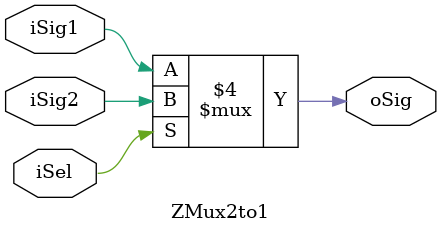
<source format=v>
`timescale 1ns / 1ps


module ZMux2to1(
    input iSig1,
    input iSig2,
    output reg oSig,
    input iSel
    );

always @(*)
begin
    if(!iSel)
        oSig=iSig1;
    else
        oSig=iSig2;
end
endmodule
</source>
